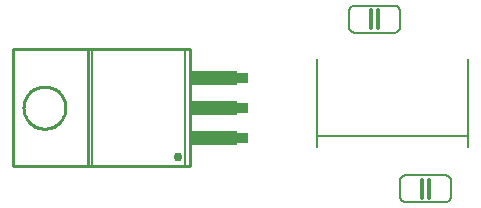
<source format=gto>
G75*
G70*
%OFA0B0*%
%FSLAX24Y24*%
%IPPOS*%
%LPD*%
%AMOC8*
5,1,8,0,0,1.08239X$1,22.5*
%
%ADD10C,0.0080*%
%ADD11C,0.0100*%
%ADD12C,0.0060*%
%ADD13C,0.0300*%
%ADD14R,0.1520X0.0500*%
%ADD15R,0.0420X0.0360*%
%ADD16C,0.0120*%
D10*
X010276Y002493D02*
X010276Y002857D01*
X015324Y002857D01*
X015324Y002493D01*
X015324Y002857D02*
X015324Y005407D01*
X010276Y005407D02*
X010276Y002857D01*
D11*
X000150Y001850D02*
X000150Y005750D01*
X002650Y005750D01*
X002650Y001850D01*
X000150Y001850D01*
X002650Y001850D02*
X006050Y001850D01*
X006050Y005750D01*
X002650Y005750D01*
X000500Y003800D02*
X000502Y003852D01*
X000508Y003904D01*
X000518Y003956D01*
X000531Y004006D01*
X000548Y004056D01*
X000569Y004104D01*
X000594Y004150D01*
X000622Y004194D01*
X000653Y004236D01*
X000687Y004276D01*
X000724Y004313D01*
X000764Y004347D01*
X000806Y004378D01*
X000850Y004406D01*
X000896Y004431D01*
X000944Y004452D01*
X000994Y004469D01*
X001044Y004482D01*
X001096Y004492D01*
X001148Y004498D01*
X001200Y004500D01*
X001252Y004498D01*
X001304Y004492D01*
X001356Y004482D01*
X001406Y004469D01*
X001456Y004452D01*
X001504Y004431D01*
X001550Y004406D01*
X001594Y004378D01*
X001636Y004347D01*
X001676Y004313D01*
X001713Y004276D01*
X001747Y004236D01*
X001778Y004194D01*
X001806Y004150D01*
X001831Y004104D01*
X001852Y004056D01*
X001869Y004006D01*
X001882Y003956D01*
X001892Y003904D01*
X001898Y003852D01*
X001900Y003800D01*
X001898Y003748D01*
X001892Y003696D01*
X001882Y003644D01*
X001869Y003594D01*
X001852Y003544D01*
X001831Y003496D01*
X001806Y003450D01*
X001778Y003406D01*
X001747Y003364D01*
X001713Y003324D01*
X001676Y003287D01*
X001636Y003253D01*
X001594Y003222D01*
X001550Y003194D01*
X001504Y003169D01*
X001456Y003148D01*
X001406Y003131D01*
X001356Y003118D01*
X001304Y003108D01*
X001252Y003102D01*
X001200Y003100D01*
X001148Y003102D01*
X001096Y003108D01*
X001044Y003118D01*
X000994Y003131D01*
X000944Y003148D01*
X000896Y003169D01*
X000850Y003194D01*
X000806Y003222D01*
X000764Y003253D01*
X000724Y003287D01*
X000687Y003324D01*
X000653Y003364D01*
X000622Y003406D01*
X000594Y003450D01*
X000569Y003496D01*
X000548Y003544D01*
X000531Y003594D01*
X000518Y003644D01*
X000508Y003696D01*
X000502Y003748D01*
X000500Y003800D01*
D12*
X002800Y001900D02*
X002800Y005700D01*
X005900Y005700D02*
X005900Y001900D01*
X013050Y001350D02*
X013050Y000850D01*
X013052Y000824D01*
X013057Y000798D01*
X013065Y000773D01*
X013077Y000750D01*
X013091Y000728D01*
X013109Y000709D01*
X013128Y000691D01*
X013150Y000677D01*
X013173Y000665D01*
X013198Y000657D01*
X013224Y000652D01*
X013250Y000650D01*
X014550Y000650D01*
X014576Y000652D01*
X014602Y000657D01*
X014627Y000665D01*
X014650Y000677D01*
X014672Y000691D01*
X014691Y000709D01*
X014709Y000728D01*
X014723Y000750D01*
X014735Y000773D01*
X014743Y000798D01*
X014748Y000824D01*
X014750Y000850D01*
X014750Y001350D01*
X014748Y001376D01*
X014743Y001402D01*
X014735Y001427D01*
X014723Y001450D01*
X014709Y001472D01*
X014691Y001491D01*
X014672Y001509D01*
X014650Y001523D01*
X014627Y001535D01*
X014602Y001543D01*
X014576Y001548D01*
X014550Y001550D01*
X013250Y001550D01*
X013224Y001548D01*
X013198Y001543D01*
X013173Y001535D01*
X013150Y001523D01*
X013128Y001509D01*
X013109Y001491D01*
X013091Y001472D01*
X013077Y001450D01*
X013065Y001427D01*
X013057Y001402D01*
X013052Y001376D01*
X013050Y001350D01*
X012850Y006300D02*
X011550Y006300D01*
X011524Y006302D01*
X011498Y006307D01*
X011473Y006315D01*
X011450Y006327D01*
X011428Y006341D01*
X011409Y006359D01*
X011391Y006378D01*
X011377Y006400D01*
X011365Y006423D01*
X011357Y006448D01*
X011352Y006474D01*
X011350Y006500D01*
X011350Y007000D01*
X011352Y007026D01*
X011357Y007052D01*
X011365Y007077D01*
X011377Y007100D01*
X011391Y007122D01*
X011409Y007141D01*
X011428Y007159D01*
X011450Y007173D01*
X011473Y007185D01*
X011498Y007193D01*
X011524Y007198D01*
X011550Y007200D01*
X012850Y007200D01*
X012876Y007198D01*
X012902Y007193D01*
X012927Y007185D01*
X012950Y007173D01*
X012972Y007159D01*
X012991Y007141D01*
X013009Y007122D01*
X013023Y007100D01*
X013035Y007077D01*
X013043Y007052D01*
X013048Y007026D01*
X013050Y007000D01*
X013050Y006500D01*
X013048Y006474D01*
X013043Y006448D01*
X013035Y006423D01*
X013023Y006400D01*
X013009Y006378D01*
X012991Y006359D01*
X012972Y006341D01*
X012950Y006327D01*
X012927Y006315D01*
X012902Y006307D01*
X012876Y006302D01*
X012850Y006300D01*
D13*
X005650Y002150D03*
D14*
X006840Y002800D03*
X006840Y003800D03*
X006840Y004800D03*
D15*
X007790Y004800D03*
X007790Y003800D03*
X007790Y002800D03*
D16*
X013780Y001400D02*
X013780Y000800D01*
X014030Y000800D02*
X014030Y001400D01*
X012330Y006450D02*
X012330Y007050D01*
X012080Y007050D02*
X012080Y006450D01*
M02*

</source>
